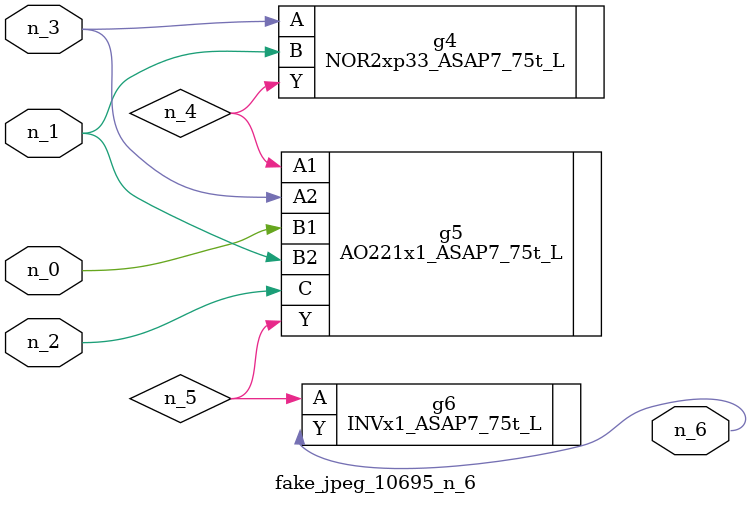
<source format=v>
module fake_jpeg_10695_n_6 (n_0, n_3, n_2, n_1, n_6);

input n_0;
input n_3;
input n_2;
input n_1;

output n_6;

wire n_4;
wire n_5;

NOR2xp33_ASAP7_75t_L g4 ( 
.A(n_3),
.B(n_1),
.Y(n_4)
);

AO221x1_ASAP7_75t_L g5 ( 
.A1(n_4),
.A2(n_3),
.B1(n_0),
.B2(n_1),
.C(n_2),
.Y(n_5)
);

INVx1_ASAP7_75t_L g6 ( 
.A(n_5),
.Y(n_6)
);


endmodule
</source>
